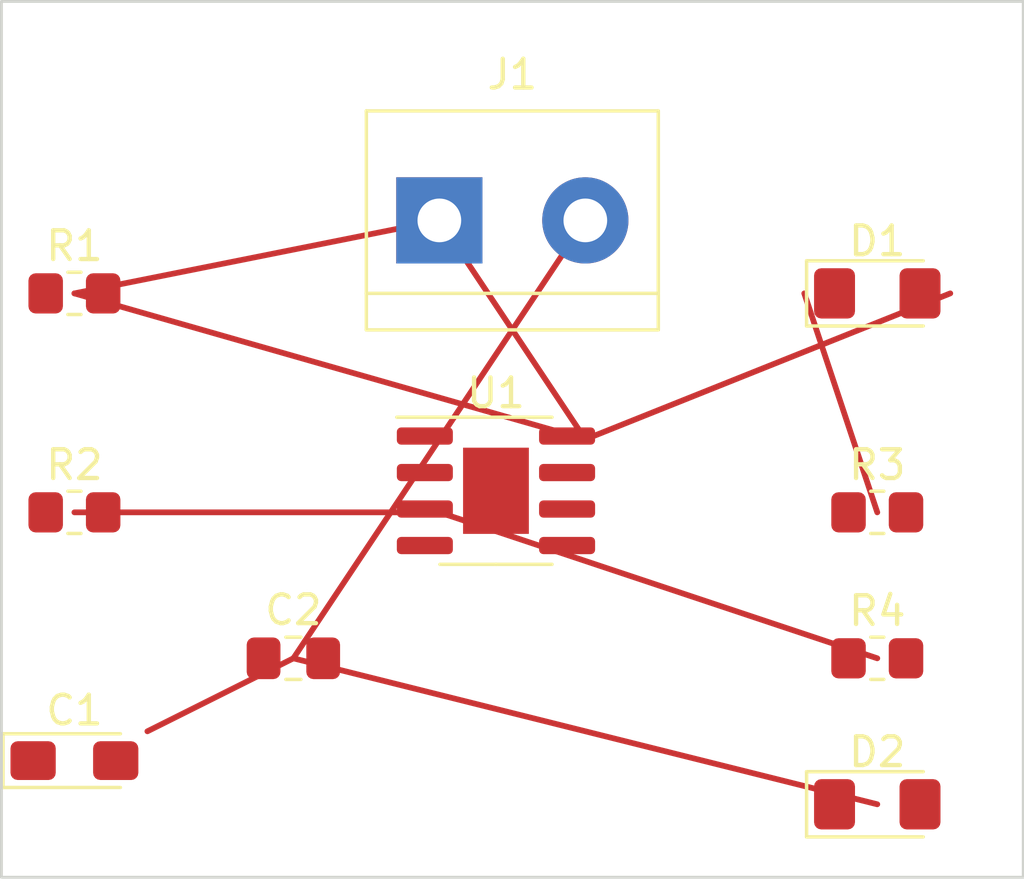
<source format=kicad_pcb>
(kicad_pcb (version 20211014) (generator pcbnew)
  (layers (0 "F.Cu" signal) (31 "B.Cu" signal) (34 "B.Paste" user) (35 "F.Paste" user) (36 "B.SilkS" user "B.Silkscreen") (37 "F.SilkS" user "F.Silkscreen") (38 "B.Mask" user) (39 "F.Mask" user) (44 "Edge.Cuts" user))
  (net 0 "")
  (net 1 "/pin_2")
  (net 2 "GND")
  (net 3 "Net-(C2-Pad1)")
  (net 4 "Net-(D1-Pad1)")
  (net 5 "+9V")
  (net 6 "Net-(D2-Pad2)")
  (net 7 "/pin_7")
  (net 8 "/pin_3")
  (footprint "LED_SMD:LED_1206_3216Metric_Pad1.42x1.75mm_HandSolder" (layer "F.Cu") (at 152.4 83.82)
    (fp_text reference "D1" (at 0 -1.82) (layer "F.SilkS"))
    (fp_text value "LED")
    (fp_line (start 1.6 -1.135) (end -2.46 -1.135) (layer "F.SilkS") (width 0.12))
    (fp_line (start -2.46 -1.135) (end -2.46 1.135) (layer "F.SilkS") (width 0.12))
    (fp_line (start -2.46 1.135) (end 1.6 1.135) (layer "F.SilkS") (width 0.12))
    (pad "1" smd roundrect (at -1.4875 0) (size 1.425 1.75) (layers "F.Cu" "F.Paste" "F.Mask") (roundrect_rratio 0.175439) (net 4 "Net-(D1-Pad1)"))
    (pad "2" smd roundrect (at 1.4875 0) (size 1.425 1.75) (layers "F.Cu" "F.Paste" "F.Mask") (roundrect_rratio 0.175439) (net 5 "+9V"))
  )
  (footprint "Resistor_SMD:R_0805_2012Metric_Pad1.20x1.40mm_HandSolder" (layer "F.Cu") (at 124.46 91.44)
    (fp_text reference "R2" (at 0 -1.65) (layer "F.SilkS"))
    (fp_text value "10k")
    (fp_line (start -0.227064 -0.735) (end 0.227064 -0.735) (layer "F.SilkS") (width 0.12))
    (fp_line (start -0.227064 0.735) (end 0.227064 0.735) (layer "F.SilkS") (width 0.12))
    (pad "1" smd roundrect (at -1 0) (size 1.2 1.4) (layers "F.Cu" "F.Paste" "F.Mask") (roundrect_rratio 0.208333) (net 7 "/pin_7"))
    (pad "2" smd roundrect (at 1 0) (size 1.2 1.4) (layers "F.Cu" "F.Paste" "F.Mask") (roundrect_rratio 0.208333) (net 1 "/pin_2"))
  )
  (footprint "Capacitor_SMD:C_0805_2012Metric_Pad1.18x1.45mm_HandSolder" (layer "F.Cu") (at 132.08 96.52)
    (fp_text reference "C2" (at 0 -1.68) (layer "F.SilkS"))
    (fp_text value "0.01 uF")
    (fp_line (start -0.261252 0.735) (end 0.261252 0.735) (layer "F.SilkS") (width 0.12))
    (fp_line (start -0.261252 -0.735) (end 0.261252 -0.735) (layer "F.SilkS") (width 0.12))
    (pad "1" smd roundrect (at -1.0375 0) (size 1.175 1.45) (layers "F.Cu" "F.Paste" "F.Mask") (roundrect_rratio 0.212766) (net 3 "Net-(C2-Pad1)"))
    (pad "2" smd roundrect (at 1.0375 0) (size 1.175 1.45) (layers "F.Cu" "F.Paste" "F.Mask") (roundrect_rratio 0.212766) (net 2 "GND"))
  )
  (footprint "Package_SO:SOIC-8-1EP_3.9x4.9mm_P1.27mm_EP2.29x3mm" (layer "F.Cu") (at 139.13 90.69)
    (fp_text reference "U1" (at 0 -3.4) (layer "F.SilkS"))
    (fp_text value "NE555D")
    (fp_line (start 0 -2.56) (end -3.45 -2.56) (layer "F.SilkS") (width 0.12))
    (fp_line (start 0 -2.56) (end 1.95 -2.56) (layer "F.SilkS") (width 0.12))
    (fp_line (start 0 2.56) (end 1.95 2.56) (layer "F.SilkS") (width 0.12))
    (fp_line (start 0 2.56) (end -1.95 2.56) (layer "F.SilkS") (width 0.12))
    (pad "1" smd roundrect (at -2.475 -1.905) (size 1.95 0.6) (layers "F.Cu" "F.Paste" "F.Mask") (net 2 "GND"))
    (pad "2" smd roundrect (at -2.475 -0.635) (size 1.95 0.6) (layers "F.Cu" "F.Paste" "F.Mask"))
    (pad "3" smd roundrect (at -2.475 0.635) (size 1.95 0.6) (layers "F.Cu" "F.Paste" "F.Mask") (net 8 "/pin_3"))
    (pad "4" smd roundrect (at -2.475 1.905) (size 1.95 0.6) (layers "F.Cu" "F.Paste" "F.Mask") (net 5 "+9V"))
    (pad "5" smd roundrect (at 2.475 1.905) (size 1.95 0.6) (layers "F.Cu" "F.Paste" "F.Mask") (net 3 "Net-(C2-Pad1)"))
    (pad "6" smd roundrect (at 2.475 0.635) (size 1.95 0.6) (layers "F.Cu" "F.Paste" "F.Mask") (net 1 "/pin_2"))
    (pad "7" smd roundrect (at 2.475 -0.635) (size 1.95 0.6) (layers "F.Cu" "F.Paste" "F.Mask") (net 7 "/pin_7"))
    (pad "8" smd roundrect (at 2.475 -1.905) (size 1.95 0.6) (layers "F.Cu" "F.Paste" "F.Mask") (net 5 "+9V"))
    (pad "9" smd rect (at 0 0) (size 2.29 3) (layers "F.Cu" "F.Mask"))
  )
  (footprint "Resistor_SMD:R_0805_2012Metric_Pad1.20x1.40mm_HandSolder" (layer "F.Cu") (at 124.46 83.82)
    (fp_text reference "R1" (at 0 -1.65) (layer "F.SilkS"))
    (fp_text value "1k")
    (fp_line (start -0.227064 0.735) (end 0.227064 0.735) (layer "F.SilkS") (width 0.12))
    (fp_line (start -0.227064 -0.735) (end 0.227064 -0.735) (layer "F.SilkS") (width 0.12))
    (pad "1" smd roundrect (at -1 0) (size 1.2 1.4) (layers "F.Cu" "F.Paste" "F.Mask") (roundrect_rratio 0.208333) (net 5 "+9V"))
    (pad "2" smd roundrect (at 1 0) (size 1.2 1.4) (layers "F.Cu" "F.Paste" "F.Mask") (roundrect_rratio 0.208333) (net 7 "/pin_7"))
  )
  (footprint "Resistor_SMD:R_0805_2012Metric_Pad1.20x1.40mm_HandSolder" (layer "F.Cu") (at 152.4 91.44)
    (fp_text reference "R3" (at 0 -1.65) (layer "F.SilkS"))
    (fp_text value "1k")
    (fp_line (start -0.227064 -0.735) (end 0.227064 -0.735) (layer "F.SilkS") (width 0.12))
    (fp_line (start -0.227064 0.735) (end 0.227064 0.735) (layer "F.SilkS") (width 0.12))
    (pad "1" smd roundrect (at -1 0) (size 1.2 1.4) (layers "F.Cu" "F.Paste" "F.Mask") (roundrect_rratio 0.208333) (net 4 "Net-(D1-Pad1)"))
    (pad "2" smd roundrect (at 1 0) (size 1.2 1.4) (layers "F.Cu" "F.Paste" "F.Mask") (roundrect_rratio 0.208333) (net 8 "/pin_3"))
  )
  (footprint "Capacitor_Tantalum_SMD:CP_EIA-3216-18_Kemet-A_Pad1.58x1.35mm_HandSolder" (layer "F.Cu") (at 124.46 100.08)
    (fp_text reference "C1" (at 0 -1.75) (layer "F.SilkS"))
    (fp_text value "10 uF")
    (fp_line (start -2.485 0.935) (end 1.6 0.935) (layer "F.SilkS") (width 0.12))
    (fp_line (start 1.6 -0.935) (end -2.485 -0.935) (layer "F.SilkS") (width 0.12))
    (fp_line (start -2.485 -0.935) (end -2.485 0.935) (layer "F.SilkS") (width 0.12))
    (pad "1" smd roundrect (at -1.4375 0) (size 1.575 1.35) (layers "F.Cu" "F.Paste" "F.Mask") (roundrect_rratio 0.185185) (net 1 "/pin_2"))
    (pad "2" smd roundrect (at 1.4375 0) (size 1.575 1.35) (layers "F.Cu" "F.Paste" "F.Mask") (roundrect_rratio 0.185185) (net 2 "GND"))
  )
  (footprint "LED_SMD:LED_1206_3216Metric_Pad1.42x1.75mm_HandSolder" (layer "F.Cu") (at 152.4 101.6)
    (fp_text reference "D2" (at 0 -1.82) (layer "F.SilkS"))
    (fp_text value "LED")
    (fp_line (start -2.46 -1.135) (end -2.46 1.135) (layer "F.SilkS") (width 0.12))
    (fp_line (start 1.6 -1.135) (end -2.46 -1.135) (layer "F.SilkS") (width 0.12))
    (fp_line (start -2.46 1.135) (end 1.6 1.135) (layer "F.SilkS") (width 0.12))
    (pad "1" smd roundrect (at -1.4875 0) (size 1.425 1.75) (layers "F.Cu" "F.Paste" "F.Mask") (roundrect_rratio 0.175439) (net 2 "GND"))
    (pad "2" smd roundrect (at 1.4875 0) (size 1.425 1.75) (layers "F.Cu" "F.Paste" "F.Mask") (roundrect_rratio 0.175439) (net 6 "Net-(D2-Pad2)"))
  )
  (footprint "TerminalBlock:TerminalBlock_bornier-2_P5.08mm" (layer "F.Cu") (at 137.16 81.28)
    (fp_text reference "J1" (at 2.54 -5.08) (layer "F.SilkS"))
    (fp_text value "Conn_01x02_Male")
    (fp_line (start 7.62 2.54) (end -2.54 2.54) (layer "F.SilkS") (width 0.12))
    (fp_line (start 7.62 3.81) (end 7.62 -3.81) (layer "F.SilkS") (width 0.12))
    (fp_line (start -2.54 -3.81) (end -2.54 3.81) (layer "F.SilkS") (width 0.12))
    (fp_line (start 7.62 -3.81) (end -2.54 -3.81) (layer "F.SilkS") (width 0.12))
    (fp_line (start -2.54 3.81) (end 7.62 3.81) (layer "F.SilkS") (width 0.12))
    (pad "1" thru_hole rect (at 0 0) (size 3 3) (drill 1.52) (layers *.Cu *.Mask) (net 5 "+9V"))
    (pad "2" thru_hole circle (at 5.08 0) (size 3 3) (drill 1.52) (layers *.Cu *.Mask) (net 2 "GND"))
  )
  (footprint "Resistor_SMD:R_0805_2012Metric_Pad1.20x1.40mm_HandSolder" (layer "F.Cu") (at 152.4 96.52)
    (fp_text reference "R4" (at 0 -1.65) (layer "F.SilkS"))
    (fp_text value "1k")
    (fp_line (start -0.227064 -0.735) (end 0.227064 -0.735) (layer "F.SilkS") (width 0.12))
    (fp_line (start -0.227064 0.735) (end 0.227064 0.735) (layer "F.SilkS") (width 0.12))
    (pad "1" smd roundrect (at -1 0) (size 1.2 1.4) (layers "F.Cu" "F.Paste" "F.Mask") (roundrect_rratio 0.208333) (net 8 "/pin_3"))
    (pad "2" smd roundrect (at 1 0) (size 1.2 1.4) (layers "F.Cu" "F.Paste" "F.Mask") (roundrect_rratio 0.208333) (net 6 "Net-(D2-Pad2)"))
  )
  (gr_line (start 137.16 81.28) (end 124.46 83.82) (layer "F.Cu") (width 0.2))
  (gr_line (start 142.24 81.28) (end 132.08 96.52) (layer "F.Cu") (width 0.2))
  (gr_line (start 154.94 83.82) (end 142.24 88.9) (layer "F.Cu") (width 0.2))
  (gr_line (start 149.86 83.82) (end 152.4 91.44) (layer "F.Cu") (width 0.2))
  (gr_line (start 127 99.06) (end 132.08 96.52) (layer "F.Cu") (width 0.2))
  (gr_line (start 132.08 96.52) (end 152.4 101.6) (layer "F.Cu") (width 0.2))
  (gr_line (start 124.46 91.44) (end 137.16 91.44) (layer "F.Cu") (width 0.2))
  (gr_line (start 137.16 91.44) (end 152.4 96.52) (layer "F.Cu") (width 0.2))
  (gr_line (start 137.16 81.28) (end 142.24 88.9) (layer "F.Cu") (width 0.2))
  (gr_line (start 124.46 83.82) (end 142.24 88.9) (layer "F.Cu") (width 0.2))
  (gr_rect (start 121.92 73.66) (end 157.48 104.14) (layer "Edge.Cuts") (width 0.1) (fill none))
)
</source>
